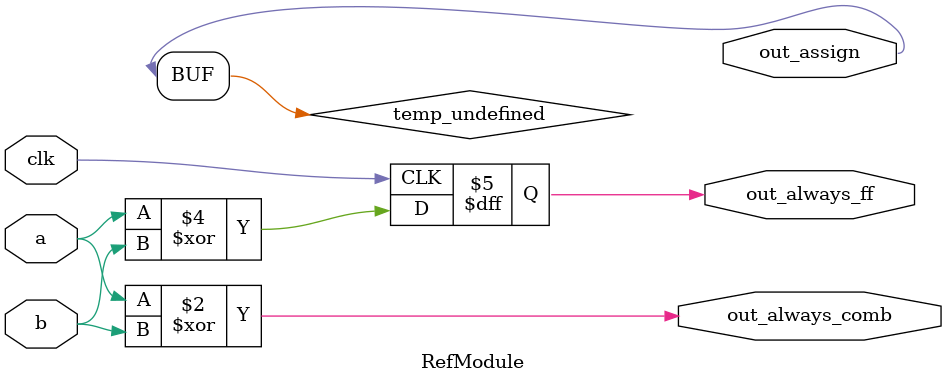
<source format=sv>

module RefModule (
  input clk,
  input a,
  input b,
  output out_assign,
  output reg out_always_comb,
  output reg out_always_ff
);

  assign out_assign = temp_undefined;
  always @(*) out_always_comb = a ^ b;
  always @(posedge clk) out_always_ff <= a ^ b;

endmodule


</source>
